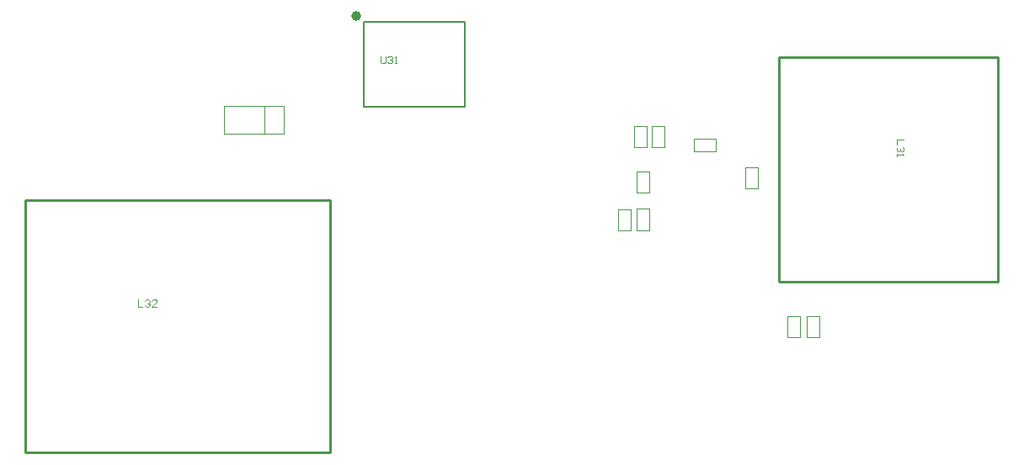
<source format=gbr>
%TF.GenerationSoftware,Altium Limited,Altium Designer,19.1.8 (144)*%
G04 Layer_Color=16711935*
%FSLAX26Y26*%
%MOIN*%
%TF.FileFunction,Other,Mechanical_13*%
%TF.Part,Single*%
G01*
G75*
%TA.AperFunction,NonConductor*%
%ADD35C,0.010000*%
%TA.AperFunction,OtherPad,Free Pad (1689.961mil,1811.024mil)*%
%ADD36C,0.039370*%
%TA.AperFunction,NonConductor*%
%ADD37C,0.003937*%
%ADD38C,0.007874*%
D35*
X382874Y1078740D02*
X985236D01*
X382874Y78740D02*
Y1078740D01*
Y78740D02*
X1587598D01*
Y1078740D01*
X985236D02*
X1587598D01*
X4232283Y755905D02*
Y1200787D01*
X3366142Y755905D02*
X4232283D01*
X3366142D02*
Y1645669D01*
X4232283D01*
Y1200787D02*
Y1645669D01*
D36*
X1689961Y1811024D02*
D03*
D37*
X1169291Y1452756D02*
X1405512D01*
Y1342520D02*
Y1452756D01*
X1169291Y1342520D02*
X1405512D01*
X1169291D02*
Y1452756D01*
X1326772Y1342520D02*
Y1452756D01*
X2791969Y1374646D02*
X2841575D01*
X2791969Y1290000D02*
X2841575D01*
Y1374646D01*
X2791969Y1290000D02*
Y1374646D01*
X2861969D02*
X2911575D01*
X2861969Y1290000D02*
X2911575D01*
Y1374646D01*
X2861969Y1290000D02*
Y1374646D01*
X2801968Y1110000D02*
X2851575D01*
X2801968Y1194646D02*
X2851575D01*
X2801968Y1110000D02*
Y1194646D01*
X2851575Y1110000D02*
Y1194646D01*
X2726969Y960000D02*
Y1044646D01*
X2776575Y960000D02*
Y1044646D01*
X2726969Y960000D02*
X2776575D01*
X2726969Y1044646D02*
X2776575D01*
X2801969Y961417D02*
Y1046063D01*
X2851575Y961417D02*
Y1046063D01*
X2801969Y961417D02*
X2851575D01*
X2801969Y1046063D02*
X2851575D01*
X3474134Y535590D02*
Y620236D01*
X3523740Y535590D02*
Y620236D01*
X3474134Y535590D02*
X3523740D01*
X3474134Y620236D02*
X3523740D01*
X3399134Y535590D02*
Y620236D01*
X3448740Y535590D02*
Y620236D01*
X3399134Y535590D02*
X3448740D01*
X3399134Y620236D02*
X3448740D01*
X3029449Y1272520D02*
X3114095D01*
X3029449Y1322126D02*
X3114095D01*
Y1272520D02*
Y1322126D01*
X3029449Y1272520D02*
Y1322126D01*
X3231969Y1125000D02*
Y1209646D01*
X3281575Y1125000D02*
Y1209646D01*
X3231969Y1125000D02*
X3281575D01*
X3231969Y1209646D02*
X3281575D01*
X1788386Y1649597D02*
Y1626639D01*
X1792977Y1622047D01*
X1802161D01*
X1806753Y1626639D01*
Y1649597D01*
X1815936Y1645006D02*
X1820528Y1649597D01*
X1829711D01*
X1834303Y1645006D01*
Y1640414D01*
X1829711Y1635822D01*
X1825119D01*
X1829711D01*
X1834303Y1631231D01*
Y1626639D01*
X1829711Y1622047D01*
X1820528D01*
X1815936Y1626639D01*
X1843486Y1622047D02*
X1852670D01*
X1848078D01*
Y1649597D01*
X1843486Y1645006D01*
X827756Y685031D02*
Y657480D01*
X846123D01*
X855306Y680439D02*
X859898Y685031D01*
X869081D01*
X873673Y680439D01*
Y675847D01*
X869081Y671255D01*
X864490D01*
X869081D01*
X873673Y666664D01*
Y662072D01*
X869081Y657480D01*
X859898D01*
X855306Y662072D01*
X901223Y657480D02*
X882856D01*
X901223Y675847D01*
Y680439D01*
X896631Y685031D01*
X887448D01*
X882856Y680439D01*
X3858259Y1318898D02*
X3830709D01*
Y1300531D01*
X3853667Y1291347D02*
X3858259Y1286756D01*
Y1277572D01*
X3853667Y1272981D01*
X3849075D01*
X3844484Y1277572D01*
Y1282164D01*
Y1277572D01*
X3839892Y1272981D01*
X3835300D01*
X3830709Y1277572D01*
Y1286756D01*
X3835300Y1291347D01*
X3830709Y1263797D02*
Y1254614D01*
Y1259206D01*
X3858259D01*
X3853667Y1263797D01*
D38*
X1722047Y1785433D02*
X1938976D01*
X2122441D01*
Y1450788D02*
Y1785433D01*
X1722047Y1450788D02*
X2122441D01*
X1722047D02*
Y1785433D01*
%TF.MD5,8a04979a91d34a50e8754e311f34630c*%
M02*

</source>
